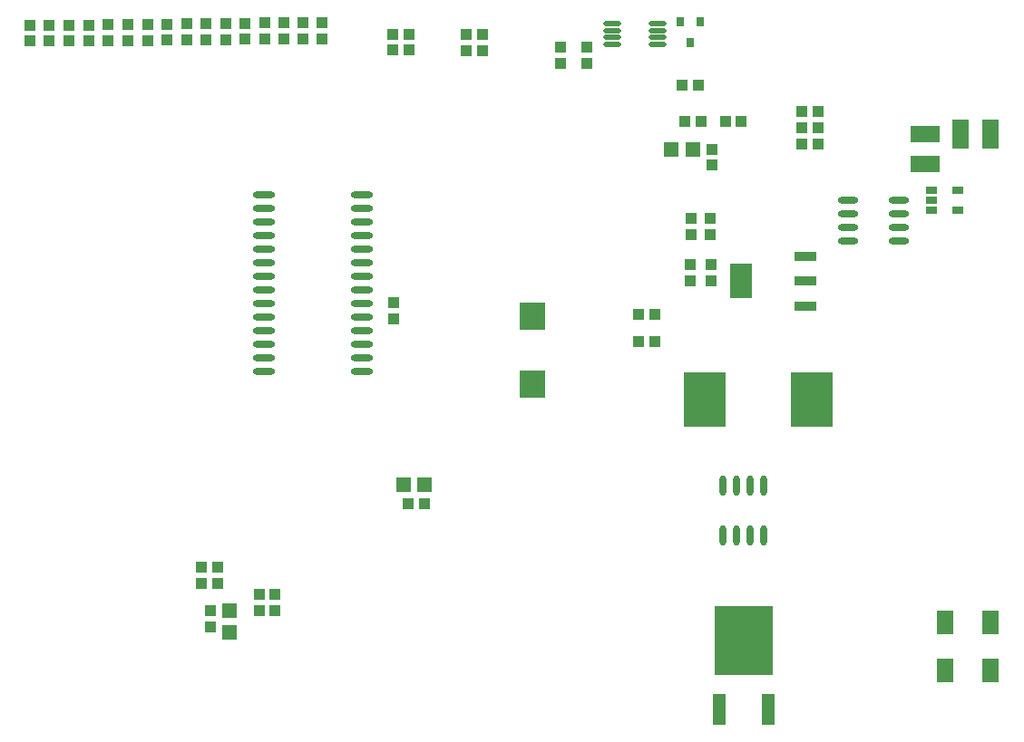
<source format=gtp>
G04*
G04 #@! TF.GenerationSoftware,Altium Limited,Altium Designer,18.1.2 (67)*
G04*
G04 Layer_Color=8421504*
%FSLAX44Y44*%
%MOMM*%
G71*
G01*
G75*
%ADD14R,1.0000X1.0000*%
%ADD15R,1.0000X1.0000*%
%ADD16R,1.4000X1.4000*%
%ADD17R,1.4000X1.4000*%
%ADD18R,4.0000X5.2000*%
%ADD19R,1.2500X2.8500*%
%ADD20R,5.5000X6.5000*%
%ADD21R,1.6200X2.1800*%
%ADD22R,1.6000X2.7000*%
%ADD23O,1.9000X0.6000*%
%ADD24R,2.7000X1.6000*%
%ADD25R,1.0000X0.7000*%
%ADD26R,0.7000X0.8500*%
%ADD27R,2.4000X2.6000*%
%ADD28O,0.6000X1.9000*%
%ADD29O,2.1000X0.6000*%
%ADD30O,1.6500X0.5000*%
%ADD31R,2.0000X3.3000*%
%ADD32R,2.0000X0.9000*%
D14*
X228600Y207518D02*
D03*
Y222518D02*
D03*
X183388Y192398D02*
D03*
Y207398D02*
D03*
X631444Y515874D02*
D03*
Y530874D02*
D03*
X650494Y515874D02*
D03*
Y530874D02*
D03*
X354584Y479806D02*
D03*
Y494806D02*
D03*
X534416Y734060D02*
D03*
Y719060D02*
D03*
X509778Y734060D02*
D03*
Y719060D02*
D03*
X750570Y673876D02*
D03*
Y658876D02*
D03*
X735584Y673876D02*
D03*
Y658876D02*
D03*
X160782Y755664D02*
D03*
Y740664D02*
D03*
X142748Y755410D02*
D03*
Y740410D02*
D03*
X197612Y755918D02*
D03*
Y740918D02*
D03*
X106172Y754902D02*
D03*
Y739902D02*
D03*
X233934Y756426D02*
D03*
Y741426D02*
D03*
X69342Y754648D02*
D03*
Y739648D02*
D03*
X269748Y756680D02*
D03*
Y741680D02*
D03*
X32766Y754648D02*
D03*
Y739648D02*
D03*
X287528Y756680D02*
D03*
Y741680D02*
D03*
X14478Y754648D02*
D03*
Y739648D02*
D03*
X251968Y756680D02*
D03*
Y741680D02*
D03*
X50800Y754648D02*
D03*
Y739648D02*
D03*
X215646Y756172D02*
D03*
Y741172D02*
D03*
X87884Y754902D02*
D03*
Y739902D02*
D03*
X179070Y755664D02*
D03*
Y740664D02*
D03*
X124460Y755156D02*
D03*
Y740156D02*
D03*
X651002Y638556D02*
D03*
Y623556D02*
D03*
X649732Y558920D02*
D03*
Y573920D02*
D03*
X631698Y558920D02*
D03*
Y573920D02*
D03*
X243586Y207518D02*
D03*
Y222518D02*
D03*
D15*
X174752Y247650D02*
D03*
X189752D02*
D03*
X174752Y232664D02*
D03*
X189752D02*
D03*
X367538Y307594D02*
D03*
X382538D02*
D03*
X678688Y664718D02*
D03*
X663688D02*
D03*
X597662Y458470D02*
D03*
X582662D02*
D03*
X597662Y483870D02*
D03*
X582662D02*
D03*
X735584Y643636D02*
D03*
X750584D02*
D03*
X436880Y745744D02*
D03*
X421880D02*
D03*
X436880Y730758D02*
D03*
X421880D02*
D03*
X368300Y745744D02*
D03*
X353300D02*
D03*
X368300Y731012D02*
D03*
X353300D02*
D03*
X623302Y698754D02*
D03*
X638302D02*
D03*
X625976Y664718D02*
D03*
X640976D02*
D03*
D16*
X200914Y187358D02*
D03*
Y207358D02*
D03*
D17*
X613316Y638302D02*
D03*
X633316D02*
D03*
X363380Y325374D02*
D03*
X383380D02*
D03*
D18*
X744098Y404876D02*
D03*
X644398D02*
D03*
D19*
X703968Y115316D02*
D03*
X658368D02*
D03*
D20*
X681168Y179316D02*
D03*
D21*
X868662Y196342D02*
D03*
X910862D02*
D03*
Y151638D02*
D03*
X868662D02*
D03*
D22*
X883636Y652526D02*
D03*
X911636D02*
D03*
D23*
X825632Y552704D02*
D03*
Y565404D02*
D03*
Y578104D02*
D03*
Y590804D02*
D03*
X778632Y552704D02*
D03*
Y565404D02*
D03*
Y578104D02*
D03*
Y590804D02*
D03*
D24*
X850392Y652810D02*
D03*
Y624810D02*
D03*
D25*
X880488Y600456D02*
D03*
Y581456D02*
D03*
X856488D02*
D03*
Y590956D02*
D03*
Y600456D02*
D03*
D26*
X631190Y738223D02*
D03*
X621690Y757765D02*
D03*
X640690Y757723D02*
D03*
D27*
X483616Y482850D02*
D03*
Y418850D02*
D03*
D28*
X699262Y324236D02*
D03*
X686562D02*
D03*
X673862D02*
D03*
X661162D02*
D03*
X699262Y277236D02*
D03*
X686562D02*
D03*
X673862D02*
D03*
X661162D02*
D03*
D29*
X324388Y431038D02*
D03*
Y443738D02*
D03*
Y456438D02*
D03*
Y469138D02*
D03*
Y481838D02*
D03*
Y494538D02*
D03*
Y507238D02*
D03*
Y519938D02*
D03*
Y532638D02*
D03*
Y545338D02*
D03*
Y558038D02*
D03*
Y570738D02*
D03*
Y583438D02*
D03*
Y596138D02*
D03*
X232888Y431038D02*
D03*
Y443738D02*
D03*
Y456438D02*
D03*
Y469138D02*
D03*
Y481838D02*
D03*
Y494538D02*
D03*
Y507238D02*
D03*
Y519938D02*
D03*
Y532638D02*
D03*
Y545338D02*
D03*
Y558038D02*
D03*
Y570738D02*
D03*
Y583438D02*
D03*
Y596138D02*
D03*
D30*
X557870Y756002D02*
D03*
Y749502D02*
D03*
Y743002D02*
D03*
Y736502D02*
D03*
X600370Y756002D02*
D03*
Y749502D02*
D03*
Y743002D02*
D03*
Y736502D02*
D03*
D31*
X678660Y515112D02*
D03*
D32*
X738660Y538112D02*
D03*
Y515112D02*
D03*
Y492112D02*
D03*
M02*

</source>
